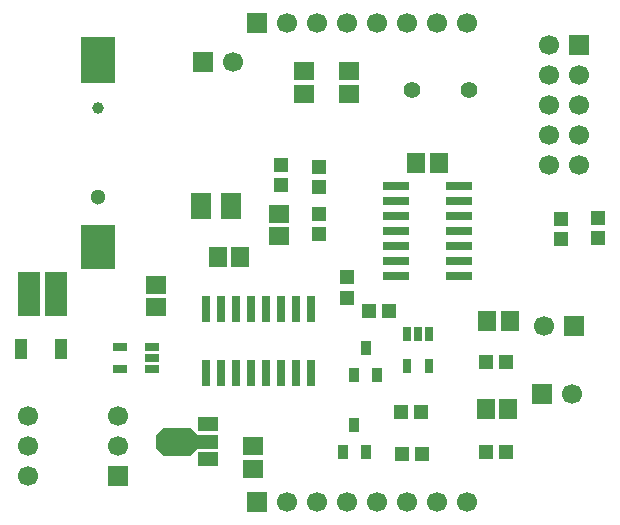
<source format=gbr>
G04 DipTrace 3.2.0.1*
G04 TopMask.gbr*
%MOIN*%
G04 #@! TF.FileFunction,Soldermask,Top*
G04 #@! TF.Part,Single*
%AMOUTLINE1*
4,1,4,
0.055118,0.075984,
0.055118,-0.075984,
-0.055118,-0.075984,
-0.055118,0.075984,
0.055118,0.075984,
0*%
%AMOUTLINE4*
4,1,4,
0.055118,0.073622,
0.055118,-0.073622,
-0.055118,-0.073622,
-0.055118,0.073622,
0.055118,0.073622,
0*%
%AMOUTLINE7*
4,1,4,
0.037402,-0.074803,
-0.037402,-0.074803,
-0.037402,0.074803,
0.037402,0.074803,
0.037402,-0.074803,
0*%
%AMOUTLINE10*
4,1,4,
-0.037402,-0.074803,
0.037402,-0.074803,
0.037402,0.074803,
-0.037402,0.074803,
-0.037402,-0.074803,
0*%
%AMOUTLINE13*
4,1,10,
0.104331,0.023622,
0.035095,0.023622,
0.011473,0.047244,
-0.078402,0.047244,
-0.104331,0.021316,
-0.104331,-0.021316,
-0.078402,-0.047244,
0.011473,-0.047244,
0.035095,-0.023622,
0.104331,-0.023622,
0.104331,0.023622,
0*%
%ADD38C,0.03937*%
%ADD40C,0.051181*%
%ADD46C,0.055874*%
%ADD48R,0.031496X0.086614*%
%ADD50R,0.031496X0.051181*%
%ADD52R,0.051181X0.031496*%
%ADD54R,0.033465X0.049213*%
%ADD56R,0.066929X0.047244*%
%ADD57R,0.086614X0.031496*%
%ADD59R,0.047244X0.051181*%
%ADD61R,0.051181X0.047244*%
%ADD63C,0.066929*%
%ADD65R,0.066929X0.066929*%
%ADD67R,0.03937X0.070866*%
%ADD69R,0.069869X0.089869*%
%ADD71R,0.059055X0.066929*%
%ADD73R,0.066929X0.059055*%
%ADD81OUTLINE1*%
%ADD84OUTLINE4*%
%ADD87OUTLINE7*%
%ADD90OUTLINE10*%
%ADD93OUTLINE13*%
%FSLAX26Y26*%
G04*
G70*
G90*
G75*
G01*
G04 TopMask*
%LPD*%
D73*
X949892Y1254735D3*
Y1179932D3*
D71*
X1818551Y1660942D3*
X1893354D3*
D73*
X1362349Y1492210D3*
Y1417407D3*
X1274858Y717291D3*
Y642488D3*
D71*
X1156121Y1348475D3*
X1230924D3*
X2124769Y842278D3*
X2049966D3*
D69*
X1199866Y1517207D3*
X1099866D3*
D71*
X2056026Y1135997D3*
X2130829D3*
D67*
X633798Y1042257D3*
X499940D3*
D81*
X756152Y2004656D3*
D84*
Y1382609D3*
D38*
Y1844420D3*
D40*
Y1549144D3*
D65*
X1287357Y529811D3*
D63*
X1387357D3*
X1487357D3*
X1587357D3*
X1687357D3*
X1787357D3*
X1887357D3*
X1987357D3*
D65*
X2362244Y2054651D3*
D63*
X2262244D3*
X2362244Y1954651D3*
X2262244D3*
X2362244Y1854651D3*
X2262244D3*
X2362244Y1754651D3*
X2262244D3*
X2362244Y1654651D3*
X2262244D3*
D65*
X2237257Y892273D3*
D63*
X2337257D3*
D65*
X2343496Y1117249D3*
D63*
X2243496D3*
D65*
X1106126Y1998407D3*
D63*
X1206126D3*
D73*
X1593575Y1892168D3*
Y1966971D3*
X1443591Y1892168D3*
Y1966971D3*
D87*
X618677Y1223488D3*
D90*
X528126D3*
D61*
X2049682Y998417D3*
X2116612D3*
D59*
X2299751Y1473462D3*
Y1406533D3*
X2424738Y1410969D3*
Y1477898D3*
X1493585Y1648444D3*
Y1581514D3*
X1368598Y1654693D3*
Y1587764D3*
X1587325Y1279732D3*
Y1212803D3*
D61*
X1768556Y829780D3*
X1835486D3*
X1837299Y692294D3*
X1770370D3*
D59*
X1493585Y1423467D3*
Y1490396D3*
D61*
X2118520Y698543D3*
X2051591D3*
D57*
X1749951Y1586073D3*
Y1536073D3*
Y1486073D3*
Y1436073D3*
Y1386073D3*
Y1336073D3*
Y1286073D3*
X1962550D3*
Y1336073D3*
Y1386073D3*
Y1436073D3*
Y1486073D3*
Y1536073D3*
Y1586073D3*
D56*
X1124874Y673546D3*
D93*
X1054008Y732601D3*
D56*
X1124874Y791656D3*
D54*
X1612323Y954766D3*
X1687126D3*
X1649724Y1045318D3*
D52*
X937394Y973514D3*
Y1010916D3*
Y1048318D3*
X831094D3*
Y973514D3*
D50*
X1862297Y1092252D3*
X1824895D3*
X1787493D3*
Y985953D3*
X1862297D3*
D65*
X824906Y617302D3*
D63*
Y717302D3*
Y817302D3*
X524906D3*
Y717302D3*
Y617302D3*
D48*
X1118701Y961073D3*
X1168701D3*
X1218701D3*
X1268701D3*
X1318701D3*
X1368701D3*
X1418701D3*
X1468701D3*
Y1173672D3*
X1418701D3*
X1368701D3*
X1318701D3*
X1268701D3*
X1218701D3*
X1168701D3*
X1118701D3*
D46*
X1993533Y1904667D3*
X1803533D3*
D54*
X1574827Y698543D3*
X1649630D3*
X1612228Y789094D3*
D61*
X1662318Y1167244D3*
X1729247D3*
D65*
X1287357Y2129643D3*
D63*
X1387357D3*
X1487357D3*
X1587357D3*
X1687357D3*
X1787357D3*
X1887357D3*
X1987357D3*
M02*

</source>
